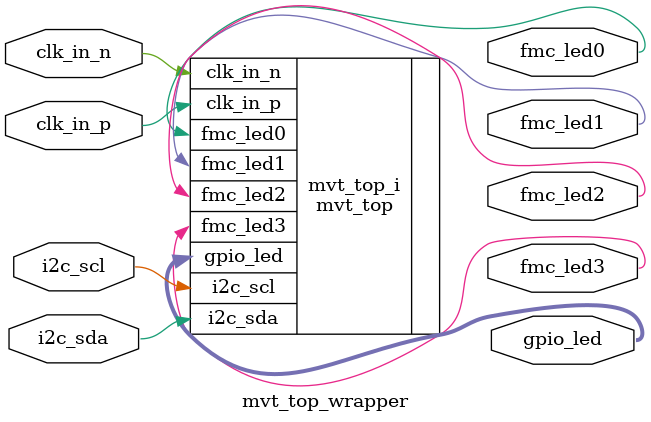
<source format=v>
`timescale 1 ps / 1 ps

module mvt_top_wrapper
   (clk_in_n,
    clk_in_p,
    fmc_led0,
    fmc_led1,
    fmc_led2,
    fmc_led3,
    gpio_led,
    i2c_scl,
    i2c_sda);
  input clk_in_n;
  input clk_in_p;
  output [0:0]fmc_led0;
  output [0:0]fmc_led1;
  output [0:0]fmc_led2;
  output [0:0]fmc_led3;
  output [7:0]gpio_led;
  inout i2c_scl;
  inout i2c_sda;

  wire clk_in_n;
  wire clk_in_p;
  wire [0:0]fmc_led0;
  wire [0:0]fmc_led1;
  wire [0:0]fmc_led2;
  wire [0:0]fmc_led3;
  wire [7:0]gpio_led;
  wire i2c_scl;
  wire i2c_sda;

  mvt_top mvt_top_i
       (.clk_in_n(clk_in_n),
        .clk_in_p(clk_in_p),
        .fmc_led0(fmc_led0),
        .fmc_led1(fmc_led1),
        .fmc_led2(fmc_led2),
        .fmc_led3(fmc_led3),
        .gpio_led(gpio_led),
        .i2c_scl(i2c_scl),
        .i2c_sda(i2c_sda));
endmodule

</source>
